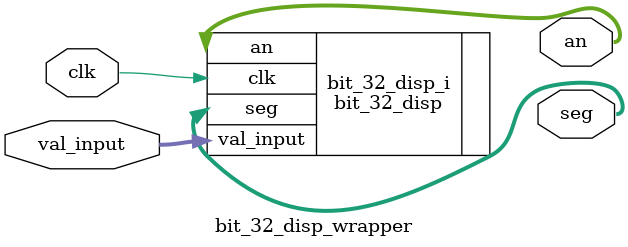
<source format=v>
`timescale 1 ps / 1 ps

module bit_32_disp_wrapper
   (an,
    clk,
    seg,
    val_input);
  output [7:0]an;
  input clk;
  output [6:0]seg;
  input [31:0]val_input;

  wire [7:0]an;
  wire clk;
  wire [6:0]seg;
  wire [31:0]val_input;

  bit_32_disp bit_32_disp_i
       (.an(an),
        .clk(clk),
        .seg(seg),
        .val_input(val_input));
endmodule

</source>
